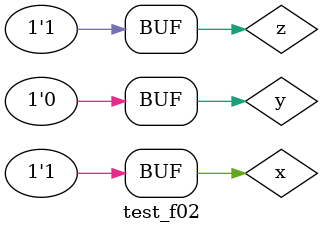
<source format=v>
/*
    -identificação: 

Guia_0602 - 07 / 09 / 2024

Nome: Davi Cândido de Almeida
Matricula: 857859
Código de Pessoa: 1527368

*/

// ----------- Expressão completa-------------- // 
module f02a ( output s, input x, input y, input z );
    // definir dado local

     assign s = (x|y|~z) &( ~x|~y|~z) & (~x|y|~z) ;

endmodule 

// ----------- Expressão simplificada pelo mapa de Veitch-Karnaugh-------------- // 
module sf02a ( output s, input x, input y, input z );
    // definir dado local

  assign s = (y|~z) & (~x|z) ;
endmodule 


// ----------- Expressão completa-------------- // 
module f02b ( output s, input x, input y, input z );
    // definir dado local

     assign s = (x|y|z) & (~x|~y|z) & (x|y|z) ;

endmodule 

// ----------- Expressão simplificada pelo mapa de Veitch-Karnaugh-------------- // 
module sf02b ( output s, input x, input y, input z );
    // definir dado local

  assign s = z|(y & ~x) ;
endmodule 


// ----------- Expressão completa-------------- // 
module f02c ( output s, input x, input y, input z );
    // definir dado local

     assign s = (x|y|~z) & (x|~y|z) & (x|~y|~z) & (~x|y|~z) ;

endmodule 

// ----------- Expressão simplificada pelo mapa de Veitch-Karnaugh-------------- // 
module sf02c ( output s, input x, input y, input z );
    // definir dado local

  assign s = (x|~z) & (x|~y) & (y|~z) ;
endmodule 


// ----------- Expressão completa-------------- // 
module f02d ( output s, input x, input y, input z );
    // definir dado local

     assign s = (x|y|z) & (x|~y|~z) & (~x|~y|~z) & (~x|y|z) ;

endmodule 

// ----------- Expressão simplificada pelo mapa de Veitch-Karnaugh-------------- // 
module sf02d ( output s, input x, input y, input z );
    // definir dado local

  assign s = (y|z) & (~y|~z) ;
endmodule 


// ----------- Expressão completa-------------- // 
module f02e ( output s, input x, input y, input z );
    // definir dado local

     assign s = (x|~y|z) & (x|~y|~z) & (~x|~y|z) & (~x|~y|~z) ;

endmodule 

// ----------- Expressão simplificada pelo mapa de Veitch-Karnaugh-------------- // 
module sf02e ( output s, input x, input y, input z );
    // definir dado local

  assign s = (x|~y) & (~x|~y) ;
endmodule 



module test_f02;
// ------------------------- definir dados
    reg x;
    reg y;
    reg z;

 wire a, b, c, d, e;
 f02a moduloA ( a, x, y, z );
 sf02a moduloSA ( aS, x, y, z );

 f02b moduloB ( b, x, y, z );
 sf02b moduloSB ( bS, x, y, z );

 f02c moduloC ( c, x, y, z );
 sf02c moduloSC ( cS, x, y, z );

 f02d moduloD ( d, x, y, z );
 sf02d moduloSD ( dS, x, y, z );

  f02e moduloE ( e, x, y, z );
 sf02e moduloSE ( eS, x, y, z );
 
// ------------------------- parte principal
 initial
 begin : main
    $display("Guia_0602 - Davi Cândido - 857859");
    $display("Test module");
    $display("   x    y    a    Sa   b    Sb   c    Sc   d    Sd   e    Se");
    // projetar testes do modulo
    $monitor("%4b %4b %4b %4b %4b %4b %4b %4b %4b %4b %4b %4b", x, y, a, aS, b, bS, c , cS, d, dS, e, eS);
    x = 1'b0; y = 1'b0; z = 1'b0;
    #1 x = 1'b0; y = 1'b0; z = 1'b1;
    #1 x = 1'b0; y = 1'b1; z = 1'b0;
    #1 x = 1'b0; y = 1'b1; z = 1'b1;
    #1 x = 1'b1; y = 1'b1; z = 1'b0;
    #1 x = 1'b1; y = 1'b1; z = 1'b1;
    #1 x = 1'b1; y = 1'b0; z = 1'b0;
    #1 x = 1'b1; y = 1'b0; z = 1'b1;
 end
endmodule

/*
Guia_0602 - Davi Cândido - 857859
Test module
   x    y    a    Sa   b    Sb   c    Sc   d    Sd   e    Se
   0    0    1    1    0    0    1    1    0    0    1    1
   0    0    0    0    1    1    0    0    1    1    1    1
   0    1    1    1    1    1    0    0    1    1    0    0
   0    1    1    1    1    1    0    0    0    0    0    0
   1    1    1    0    0    0    1    1    1    1    0    0
   1    1    0    1    1    1    1    1    0    0    0    0
   1    0    1    0    1    0    1    1    0    0    1    1
   1    0    0    0    1    1    0    0    1    1    1    1
*/

/*
    -Notas:

Para compilar: iverilog -o Guia_0602.vvp Guia_0602.v
Para executar: vvp Guia_0602.vvp
*/


</source>
